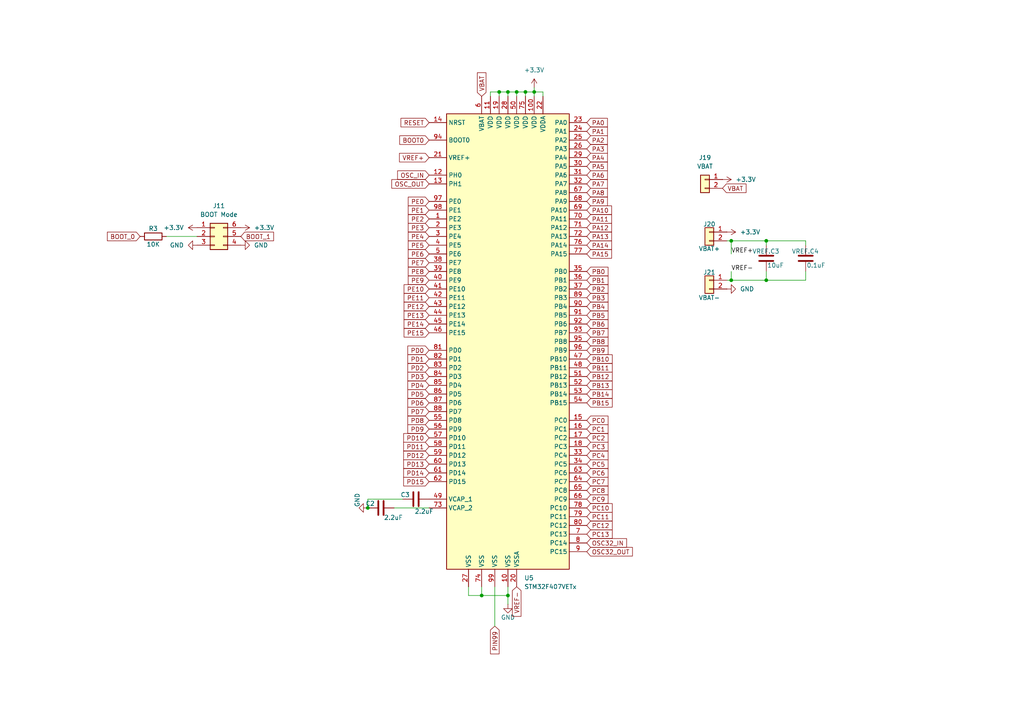
<source format=kicad_sch>
(kicad_sch (version 20231120) (generator "eeschema") (generator_version "8.0")
  (paper "A4")
  (lib_symbols
    (symbol "Connector_Generic:Conn_01x02" (pin_names (offset 1.016) hide)
      (property "Reference" "J" (at 0 2.54 0))
      (property "Value" "Conn_01x02" (at 0 -5.08 0))
      (symbol "Conn_01x02_1_1"
        (rectangle (start -1.27 -2.413) (end 0 -2.667) (stroke (width 0.1524)))
        (rectangle (start -1.27 0.127) (end 0 -0.127) (stroke (width 0.1524)))
        (rectangle (start -1.27 1.27) (end 1.27 -3.81) (stroke (width 0.254)) (fill (type background)))
        (pin passive line (at -5.08 0 0) (length 3.81) (name "Pin_1") (number "1"))
        (pin passive line (at -5.08 -2.54 0) (length 3.81) (name "Pin_2") (number "2"))
      )
    )
    (symbol "Connector_Generic:Conn_02x03_Counter_Clockwise" (pin_names (offset 1.016) hide)
      (property "Reference" "J" (at 1.27 5.08 0))
      (property "Value" "Conn_02x03_Counter_Clockwise" (at 1.27 -5.08 0))
      (symbol "Conn_02x03_Counter_Clockwise_1_1"
        (rectangle (start -1.27 -2.413) (end 0 -2.667) (stroke (width 0.1524)))
        (rectangle (start -1.27 0.127) (end 0 -0.127) (stroke (width 0.1524)))
        (rectangle (start -1.27 2.667) (end 0 2.413) (stroke (width 0.1524)))
        (rectangle (start -1.27 3.81) (end 3.81 -3.81) (stroke (width 0.254)) (fill (type background)))
        (rectangle (start 3.81 -2.413) (end 2.54 -2.667) (stroke (width 0.1524)))
        (rectangle (start 3.81 0.127) (end 2.54 -0.127) (stroke (width 0.1524)))
        (rectangle (start 3.81 2.667) (end 2.54 2.413) (stroke (width 0.1524)))
        (pin passive line (at -5.08 2.54 0) (length 3.81) (name "Pin_1") (number "1"))
        (pin passive line (at -5.08 0 0) (length 3.81) (name "Pin_2") (number "2"))
        (pin passive line (at -5.08 -2.54 0) (length 3.81) (name "Pin_3") (number "3"))
        (pin passive line (at 7.62 -2.54 180) (length 3.81) (name "Pin_4") (number "4"))
        (pin passive line (at 7.62 0 180) (length 3.81) (name "Pin_5") (number "5"))
        (pin passive line (at 7.62 2.54 180) (length 3.81) (name "Pin_6") (number "6"))
      )
    )
    (symbol "Device:C" (pin_numbers hide) (pin_names (offset 0.254))
      (property "Reference" "C" (at 0.635 2.54 0))
      (property "Value" "C" (at 0.635 -2.54 0))
      (symbol "C_0_1"
        (polyline (pts (xy -2.032 -0.762) (xy 2.032 -0.762)) (stroke (width 0.508)))
        (polyline (pts (xy -2.032 0.762) (xy 2.032 0.762)) (stroke (width 0.508)))
      )
      (symbol "C_1_1"
        (pin passive line (at 0 3.81 270) (length 2.794) (name "~") (number "1"))
        (pin passive line (at 0 -3.81 90) (length 2.794) (name "~") (number "2"))
      )
    )
    (symbol "Device:R" (pin_numbers hide) (pin_names (offset 0))
      (property "Reference" "R" (at 2.032 0 90))
      (property "Value" "R" (at 0 0 90))
      (symbol "R_0_1"
        (rectangle (start -1.016 -2.54) (end 1.016 2.54) (stroke (width 0.254)))
      )
      (symbol "R_1_1"
        (pin passive line (at 0 3.81 270) (length 1.27) (name "~") (number "1"))
        (pin passive line (at 0 -3.81 90) (length 1.27) (name "~") (number "2"))
      )
    )
    (symbol "MCU_ST_STM32F4:STM32F407VETx"
      (property "Reference" "U4" (at 4.7341 -68.58 0))
      (property "Value" "STM32F407VETx" (at 4.7341 -71.12 0))
      (symbol "STM32F407VETx_0_1"
        (rectangle (start -17.78 66.04) (end 17.78 -66.04) (stroke (width 0.254)) (fill (type background)))
      )
      (symbol "STM32F407VETx_1_1"
        (pin bidirectional line (at -22.86 35.56 0) (length 5.08) (name "PE2") (number "1"))
        (pin power_in line (at 0 -71.12 90) (length 5.08) (name "VSS") (number "10"))
        (pin power_in line (at 7.62 71.12 270) (length 5.08) (name "VDD") (number "100"))
        (pin power_in line (at -5.08 71.12 270) (length 5.08) (name "VDD") (number "11"))
        (pin bidirectional line (at -22.86 48.26 0) (length 5.08) (name "PH0") (number "12"))
        (pin bidirectional line (at -22.86 45.72 0) (length 5.08) (name "PH1") (number "13"))
        (pin input line (at -22.86 63.5 0) (length 5.08) (name "NRST") (number "14"))
        (pin bidirectional line (at 22.86 -22.86 180) (length 5.08) (name "PC0") (number "15"))
        (pin bidirectional line (at 22.86 -25.4 180) (length 5.08) (name "PC1") (number "16"))
        (pin bidirectional line (at 22.86 -27.94 180) (length 5.08) (name "PC2") (number "17"))
        (pin bidirectional line (at 22.86 -30.48 180) (length 5.08) (name "PC3") (number "18"))
        (pin power_in line (at -2.54 71.12 270) (length 5.08) (name "VDD") (number "19"))
        (pin bidirectional line (at -22.86 33.02 0) (length 5.08) (name "PE3") (number "2"))
        (pin power_in line (at 2.54 -71.12 90) (length 5.08) (name "VSSA") (number "20"))
        (pin input line (at -22.86 53.34 0) (length 5.08) (name "VREF+") (number "21"))
        (pin power_in line (at 10.16 71.12 270) (length 5.08) (name "VDDA") (number "22"))
        (pin bidirectional line (at 22.86 63.5 180) (length 5.08) (name "PA0") (number "23"))
        (pin bidirectional line (at 22.86 60.96 180) (length 5.08) (name "PA1") (number "24"))
        (pin bidirectional line (at 22.86 58.42 180) (length 5.08) (name "PA2") (number "25"))
        (pin bidirectional line (at 22.86 55.88 180) (length 5.08) (name "PA3") (number "26"))
        (pin passive line (at -11.43 -71.12 90) (length 5.08) (name "VSS") (number "27"))
        (pin power_in line (at 0 71.12 270) (length 5.08) (name "VDD") (number "28"))
        (pin bidirectional line (at 22.86 53.34 180) (length 5.08) (name "PA4") (number "29"))
        (pin bidirectional line (at -22.86 30.48 0) (length 5.08) (name "PE4") (number "3"))
        (pin bidirectional line (at 22.86 50.8 180) (length 5.08) (name "PA5") (number "30"))
        (pin bidirectional line (at 22.86 48.26 180) (length 5.08) (name "PA6") (number "31"))
        (pin bidirectional line (at 22.86 45.72 180) (length 5.08) (name "PA7") (number "32"))
        (pin bidirectional line (at 22.86 -33.02 180) (length 5.08) (name "PC4") (number "33"))
        (pin bidirectional line (at 22.86 -35.56 180) (length 5.08) (name "PC5") (number "34"))
        (pin bidirectional line (at 22.86 20.32 180) (length 5.08) (name "PB0") (number "35"))
        (pin bidirectional line (at 22.86 17.78 180) (length 5.08) (name "PB1") (number "36"))
        (pin bidirectional line (at 22.86 15.24 180) (length 5.08) (name "PB2") (number "37"))
        (pin bidirectional line (at -22.86 22.86 0) (length 5.08) (name "PE7") (number "38"))
        (pin bidirectional line (at -22.86 20.32 0) (length 5.08) (name "PE8") (number "39"))
        (pin bidirectional line (at -22.86 27.94 0) (length 5.08) (name "PE5") (number "4"))
        (pin bidirectional line (at -22.86 17.78 0) (length 5.08) (name "PE9") (number "40"))
        (pin bidirectional line (at -22.86 15.24 0) (length 5.08) (name "PE10") (number "41"))
        (pin bidirectional line (at -22.86 12.7 0) (length 5.08) (name "PE11") (number "42"))
        (pin bidirectional line (at -22.86 10.16 0) (length 5.08) (name "PE12") (number "43"))
        (pin bidirectional line (at -22.86 7.62 0) (length 5.08) (name "PE13") (number "44"))
        (pin bidirectional line (at -22.86 5.08 0) (length 5.08) (name "PE14") (number "45"))
        (pin bidirectional line (at -22.86 2.54 0) (length 5.08) (name "PE15") (number "46"))
        (pin bidirectional line (at 22.86 -5.08 180) (length 5.08) (name "PB10") (number "47"))
        (pin bidirectional line (at 22.86 -7.62 180) (length 5.08) (name "PB11") (number "48"))
        (pin power_out line (at -22.86 -45.72 0) (length 5.08) (name "VCAP_1") (number "49"))
        (pin bidirectional line (at -22.86 25.4 0) (length 5.08) (name "PE6") (number "5"))
        (pin power_in line (at 2.54 71.12 270) (length 5.08) (name "VDD") (number "50"))
        (pin bidirectional line (at 22.86 -10.16 180) (length 5.08) (name "PB12") (number "51"))
        (pin bidirectional line (at 22.86 -12.7 180) (length 5.08) (name "PB13") (number "52"))
        (pin bidirectional line (at 22.86 -15.24 180) (length 5.08) (name "PB14") (number "53"))
        (pin bidirectional line (at 22.86 -17.78 180) (length 5.08) (name "PB15") (number "54"))
        (pin bidirectional line (at -22.86 -22.86 0) (length 5.08) (name "PD8") (number "55"))
        (pin bidirectional line (at -22.86 -25.4 0) (length 5.08) (name "PD9") (number "56"))
        (pin bidirectional line (at -22.86 -27.94 0) (length 5.08) (name "PD10") (number "57"))
        (pin bidirectional line (at -22.86 -30.48 0) (length 5.08) (name "PD11") (number "58"))
        (pin bidirectional line (at -22.86 -33.02 0) (length 5.08) (name "PD12") (number "59"))
        (pin power_in line (at -7.62 71.12 270) (length 5.08) (name "VBAT") (number "6"))
        (pin bidirectional line (at -22.86 -35.56 0) (length 5.08) (name "PD13") (number "60"))
        (pin bidirectional line (at -22.86 -38.1 0) (length 5.08) (name "PD14") (number "61"))
        (pin bidirectional line (at -22.86 -40.64 0) (length 5.08) (name "PD15") (number "62"))
        (pin bidirectional line (at 22.86 -38.1 180) (length 5.08) (name "PC6") (number "63"))
        (pin bidirectional line (at 22.86 -40.64 180) (length 5.08) (name "PC7") (number "64"))
        (pin bidirectional line (at 22.86 -43.18 180) (length 5.08) (name "PC8") (number "65"))
        (pin bidirectional line (at 22.86 -45.72 180) (length 5.08) (name "PC9") (number "66"))
        (pin bidirectional line (at 22.86 43.18 180) (length 5.08) (name "PA8") (number "67"))
        (pin bidirectional line (at 22.86 40.64 180) (length 5.08) (name "PA9") (number "68"))
        (pin bidirectional line (at 22.86 38.1 180) (length 5.08) (name "PA10") (number "69"))
        (pin bidirectional line (at 22.86 -55.88 180) (length 5.08) (name "PC13") (number "7"))
        (pin bidirectional line (at 22.86 35.56 180) (length 5.08) (name "PA11") (number "70"))
        (pin bidirectional line (at 22.86 33.02 180) (length 5.08) (name "PA12") (number "71"))
        (pin bidirectional line (at 22.86 30.48 180) (length 5.08) (name "PA13") (number "72"))
        (pin power_out line (at -22.86 -48.26 0) (length 5.08) (name "VCAP_2") (number "73"))
        (pin passive line (at -7.62 -71.12 90) (length 5.08) (name "VSS") (number "74"))
        (pin power_in line (at 5.08 71.12 270) (length 5.08) (name "VDD") (number "75"))
        (pin bidirectional line (at 22.86 27.94 180) (length 5.08) (name "PA14") (number "76"))
        (pin bidirectional line (at 22.86 25.4 180) (length 5.08) (name "PA15") (number "77"))
        (pin bidirectional line (at 22.86 -48.26 180) (length 5.08) (name "PC10") (number "78"))
        (pin bidirectional line (at 22.86 -50.8 180) (length 5.08) (name "PC11") (number "79"))
        (pin bidirectional line (at 22.86 -58.42 180) (length 5.08) (name "PC14") (number "8"))
        (pin bidirectional line (at 22.86 -53.34 180) (length 5.08) (name "PC12") (number "80"))
        (pin bidirectional line (at -22.86 -2.54 0) (length 5.08) (name "PD0") (number "81"))
        (pin bidirectional line (at -22.86 -5.08 0) (length 5.08) (name "PD1") (number "82"))
        (pin bidirectional line (at -22.86 -7.62 0) (length 5.08) (name "PD2") (number "83"))
        (pin bidirectional line (at -22.86 -10.16 0) (length 5.08) (name "PD3") (number "84"))
        (pin bidirectional line (at -22.86 -12.7 0) (length 5.08) (name "PD4") (number "85"))
        (pin bidirectional line (at -22.86 -15.24 0) (length 5.08) (name "PD5") (number "86"))
        (pin bidirectional line (at -22.86 -17.78 0) (length 5.08) (name "PD6") (number "87"))
        (pin bidirectional line (at -22.86 -20.32 0) (length 5.08) (name "PD7") (number "88"))
        (pin bidirectional line (at 22.86 12.7 180) (length 5.08) (name "PB3") (number "89"))
        (pin bidirectional line (at 22.86 -60.96 180) (length 5.08) (name "PC15") (number "9"))
        (pin bidirectional line (at 22.86 10.16 180) (length 5.08) (name "PB4") (number "90"))
        (pin bidirectional line (at 22.86 7.62 180) (length 5.08) (name "PB5") (number "91"))
        (pin bidirectional line (at 22.86 5.08 180) (length 5.08) (name "PB6") (number "92"))
        (pin bidirectional line (at 22.86 2.54 180) (length 5.08) (name "PB7") (number "93"))
        (pin input line (at -22.86 58.42 0) (length 5.08) (name "BOOT0") (number "94"))
        (pin bidirectional line (at 22.86 0 180) (length 5.08) (name "PB8") (number "95"))
        (pin bidirectional line (at 22.86 -2.54 180) (length 5.08) (name "PB9") (number "96"))
        (pin bidirectional line (at -22.86 40.64 0) (length 5.08) (name "PE0") (number "97"))
        (pin bidirectional line (at -22.86 38.1 0) (length 5.08) (name "PE1") (number "98"))
        (pin passive line (at -3.81 -71.12 90) (length 5.08) (name "VSS") (number "99"))
      )
    )
    (symbol "power:+3.3V" (power) (pin_numbers hide) (pin_names (offset 0) hide)
      (property "Value" "+3.3V" (at 0 3.556 0))
      (symbol "+3.3V_0_1"
        (polyline (pts (xy -0.762 1.27) (xy 0 2.54)))
        (polyline (pts (xy 0 0) (xy 0 2.54)))
        (polyline (pts (xy 0 2.54) (xy 0.762 1.27)))
      )
      (symbol "+3.3V_1_1"
        (pin power_in line (at 0 0 90) (length 0) (name "~") (number "1"))
      )
    )
    (symbol "power:GND" (power) (pin_numbers hide) (pin_names (offset 0) hide)
      (property "Value" "GND" (at 0 -3.81 0))
      (symbol "GND_0_1"
        (polyline (pts (xy 0 0) (xy 0 -1.27) (xy 1.27 -1.27) (xy 0 -2.54) (xy -1.27 -1.27) (xy 0 -1.27)))
      )
      (symbol "GND_1_1"
        (pin power_in line (at 0 0 270) (length 0) (name "~") (number "1"))
      )
    )
  )
  (junction (at 152.4 26.67))
  (junction (at 212.09 81.28))
  (junction (at 147.32 26.67))
  (junction (at 212.09 69.85))
  (junction (at 144.78 26.67))
  (junction (at 147.32 172.72))
  (junction (at 139.7 172.72))
  (junction (at 154.94 26.67))
  (junction (at 149.86 26.67))
  (junction (at 106.68 147.32))
  (junction (at 222.25 81.28))
  (junction (at 222.25 69.85))
  (wire (pts (xy 212.09 73.66) (xy 212.09 69.85)))
  (wire (pts (xy 152.4 26.67) (xy 154.94 26.67)))
  (wire (pts (xy 222.25 78.74) (xy 222.25 81.28)))
  (wire (pts (xy 142.24 26.67) (xy 144.78 26.67)))
  (wire (pts (xy 233.68 81.28) (xy 222.25 81.28)))
  (wire (pts (xy 147.32 26.67) (xy 149.86 26.67)))
  (wire (pts (xy 157.48 26.67) (xy 154.94 26.67)))
  (wire (pts (xy 147.32 175.26) (xy 147.32 172.72)))
  (wire (pts (xy 135.89 172.72) (xy 135.89 170.18)))
  (wire (pts (xy 114.3 147.32) (xy 124.46 147.32)))
  (wire (pts (xy 139.7 172.72) (xy 135.89 172.72)))
  (wire (pts (xy 154.94 26.67) (xy 154.94 27.94)))
  (wire (pts (xy 106.68 144.78) (xy 106.68 147.32)))
  (wire (pts (xy 233.68 71.12) (xy 233.68 69.85)))
  (wire (pts (xy 149.86 26.67) (xy 149.86 27.94)))
  (wire (pts (xy 48.26 68.58) (xy 57.15 68.58)))
  (wire (pts (xy 144.78 26.67) (xy 147.32 26.67)))
  (wire (pts (xy 157.48 27.94) (xy 157.48 26.67)))
  (wire (pts (xy 152.4 26.67) (xy 152.4 27.94)))
  (wire (pts (xy 147.32 172.72) (xy 147.32 170.18)))
  (wire (pts (xy 212.09 81.28) (xy 210.82 81.28)))
  (wire (pts (xy 212.09 78.74) (xy 212.09 81.28)))
  (wire (pts (xy 142.24 27.94) (xy 142.24 26.67)))
  (wire (pts (xy 233.68 78.74) (xy 233.68 81.28)))
  (wire (pts (xy 212.09 69.85) (xy 222.25 69.85)))
  (wire (pts (xy 210.82 69.85) (xy 212.09 69.85)))
  (wire (pts (xy 222.25 81.28) (xy 212.09 81.28)))
  (wire (pts (xy 222.25 69.85) (xy 222.25 71.12)))
  (wire (pts (xy 154.94 25.4) (xy 154.94 26.67)))
  (wire (pts (xy 139.7 172.72) (xy 139.7 170.18)))
  (wire (pts (xy 147.32 26.67) (xy 147.32 27.94)))
  (wire (pts (xy 143.51 181.61) (xy 143.51 170.18)))
  (wire (pts (xy 144.78 26.67) (xy 144.78 27.94)))
  (wire (pts (xy 233.68 69.85) (xy 222.25 69.85)))
  (wire (pts (xy 116.84 144.78) (xy 106.68 144.78)))
  (wire (pts (xy 147.32 172.72) (xy 139.7 172.72)))
  (wire (pts (xy 149.86 26.67) (xy 152.4 26.67)))
  (label "VREF+" (at 212.09 73.66 0))
  (label "VREF-" (at 212.09 78.74 0))
  (global_label "PB14" (shape input) (at 170.18 114.3 0) (property "Intersheetrefs" "${INTERSHEET_REFS}" (effects (hide yes))))
  (global_label "PC12" (shape input) (at 170.18 152.4 0) (property "Intersheetrefs" "${INTERSHEET_REFS}" (effects (hide yes))))
  (global_label "PA1" (shape input) (at 170.18 38.1 0) (property "Intersheetrefs" "${INTERSHEET_REFS}" (effects (hide yes))))
  (global_label "PA3" (shape input) (at 170.18 43.18 0) (property "Intersheetrefs" "${INTERSHEET_REFS}" (effects (hide yes))))
  (global_label "PB3" (shape input) (at 170.18 86.36 0) (property "Intersheetrefs" "${INTERSHEET_REFS}" (effects (hide yes))))
  (global_label "PC10" (shape input) (at 170.18 147.32 0) (property "Intersheetrefs" "${INTERSHEET_REFS}" (effects (hide yes))))
  (global_label "PE0" (shape input) (at 124.46 58.42 180) (property "Intersheetrefs" "${INTERSHEET_REFS}" (effects (hide yes))))
  (global_label "PE9" (shape input) (at 124.46 81.28 180) (property "Intersheetrefs" "${INTERSHEET_REFS}" (effects (hide yes))))
  (global_label "PB4" (shape input) (at 170.18 88.9 0) (property "Intersheetrefs" "${INTERSHEET_REFS}" (effects (hide yes))))
  (global_label "PE1" (shape input) (at 124.46 60.96 180) (property "Intersheetrefs" "${INTERSHEET_REFS}" (effects (hide yes))))
  (global_label "PB1" (shape input) (at 170.18 81.28 0) (property "Intersheetrefs" "${INTERSHEET_REFS}" (effects (hide yes))))
  (global_label "PD11" (shape input) (at 124.46 129.54 180) (property "Intersheetrefs" "${INTERSHEET_REFS}" (effects (hide yes))))
  (global_label "PA10" (shape input) (at 170.18 60.96 0) (property "Intersheetrefs" "${INTERSHEET_REFS}" (effects (hide yes))))
  (global_label "PA0" (shape input) (at 170.18 35.56 0) (property "Intersheetrefs" "${INTERSHEET_REFS}" (effects (hide yes))))
  (global_label "PD15" (shape input) (at 124.46 139.7 180) (property "Intersheetrefs" "${INTERSHEET_REFS}" (effects (hide yes))))
  (global_label "PD3" (shape input) (at 124.46 109.22 180) (property "Intersheetrefs" "${INTERSHEET_REFS}" (effects (hide yes))))
  (global_label "PD14" (shape input) (at 124.46 137.16 180) (property "Intersheetrefs" "${INTERSHEET_REFS}" (effects (hide yes))))
  (global_label "PD8" (shape input) (at 124.46 121.92 180) (property "Intersheetrefs" "${INTERSHEET_REFS}" (effects (hide yes))))
  (global_label "PC8" (shape input) (at 170.18 142.24 0) (property "Intersheetrefs" "${INTERSHEET_REFS}" (effects (hide yes))))
  (global_label "BOOT_1" (shape input) (at 69.85 68.58 0) (property "Intersheetrefs" "${INTERSHEET_REFS}" (effects (hide yes))))
  (global_label "PE3" (shape input) (at 124.46 66.04 180) (property "Intersheetrefs" "${INTERSHEET_REFS}" (effects (hide yes))))
  (global_label "PB10" (shape input) (at 170.18 104.14 0) (property "Intersheetrefs" "${INTERSHEET_REFS}" (effects (hide yes))))
  (global_label "PA4" (shape input) (at 170.18 45.72 0) (property "Intersheetrefs" "${INTERSHEET_REFS}" (effects (hide yes))))
  (global_label "PC4" (shape input) (at 170.18 132.08 0) (property "Intersheetrefs" "${INTERSHEET_REFS}" (effects (hide yes))))
  (global_label "BOOT_0" (shape input) (at 40.64 68.58 180) (property "Intersheetrefs" "${INTERSHEET_REFS}" (effects (hide yes))))
  (global_label "PB15" (shape input) (at 170.18 116.84 0) (property "Intersheetrefs" "${INTERSHEET_REFS}" (effects (hide yes))))
  (global_label "PA2" (shape input) (at 170.18 40.64 0) (property "Intersheetrefs" "${INTERSHEET_REFS}" (effects (hide yes))))
  (global_label "PB11" (shape input) (at 170.18 106.68 0) (property "Intersheetrefs" "${INTERSHEET_REFS}" (effects (hide yes))))
  (global_label "PB13" (shape input) (at 170.18 111.76 0) (property "Intersheetrefs" "${INTERSHEET_REFS}" (effects (hide yes))))
  (global_label "PE5" (shape input) (at 124.46 71.12 180) (property "Intersheetrefs" "${INTERSHEET_REFS}" (effects (hide yes))))
  (global_label "PA6" (shape input) (at 170.18 50.8 0) (property "Intersheetrefs" "${INTERSHEET_REFS}" (effects (hide yes))))
  (global_label "PD0" (shape input) (at 124.46 101.6 180) (property "Intersheetrefs" "${INTERSHEET_REFS}" (effects (hide yes))))
  (global_label "PE15" (shape input) (at 124.46 96.52 180) (property "Intersheetrefs" "${INTERSHEET_REFS}" (effects (hide yes))))
  (global_label "PA15" (shape input) (at 170.18 73.66 0) (property "Intersheetrefs" "${INTERSHEET_REFS}" (effects (hide yes))))
  (global_label "PC2" (shape input) (at 170.18 127 0) (property "Intersheetrefs" "${INTERSHEET_REFS}" (effects (hide yes))))
  (global_label "PB8" (shape input) (at 170.18 99.06 0) (property "Intersheetrefs" "${INTERSHEET_REFS}" (effects (hide yes))))
  (global_label "PC3" (shape input) (at 170.18 129.54 0) (property "Intersheetrefs" "${INTERSHEET_REFS}" (effects (hide yes))))
  (global_label "PC11" (shape input) (at 170.18 149.86 0) (property "Intersheetrefs" "${INTERSHEET_REFS}" (effects (hide yes))))
  (global_label "PD1" (shape input) (at 124.46 104.14 180) (property "Intersheetrefs" "${INTERSHEET_REFS}" (effects (hide yes))))
  (global_label "PD2" (shape input) (at 124.46 106.68 180) (property "Intersheetrefs" "${INTERSHEET_REFS}" (effects (hide yes))))
  (global_label "PE4" (shape input) (at 124.46 68.58 180) (property "Intersheetrefs" "${INTERSHEET_REFS}" (effects (hide yes))))
  (global_label "PA7" (shape input) (at 170.18 53.34 0) (property "Intersheetrefs" "${INTERSHEET_REFS}" (effects (hide yes))))
  (global_label "PD5" (shape input) (at 124.46 114.3 180) (property "Intersheetrefs" "${INTERSHEET_REFS}" (effects (hide yes))))
  (global_label "PE2" (shape input) (at 124.46 63.5 180) (property "Intersheetrefs" "${INTERSHEET_REFS}" (effects (hide yes))))
  (global_label "PC0" (shape input) (at 170.18 121.92 0) (property "Intersheetrefs" "${INTERSHEET_REFS}" (effects (hide yes))))
  (global_label "PA14" (shape input) (at 170.18 71.12 0) (property "Intersheetrefs" "${INTERSHEET_REFS}" (effects (hide yes))))
  (global_label "VREF-" (shape input) (at 149.86 170.18 270) (property "Intersheetrefs" "${INTERSHEET_REFS}" (effects (hide yes))))
  (global_label "PA12" (shape input) (at 170.18 66.04 0) (property "Intersheetrefs" "${INTERSHEET_REFS}" (effects (hide yes))))
  (global_label "PC1" (shape input) (at 170.18 124.46 0) (property "Intersheetrefs" "${INTERSHEET_REFS}" (effects (hide yes))))
  (global_label "PA9" (shape input) (at 170.18 58.42 0) (property "Intersheetrefs" "${INTERSHEET_REFS}" (effects (hide yes))))
  (global_label "PA11" (shape input) (at 170.18 63.5 0) (property "Intersheetrefs" "${INTERSHEET_REFS}" (effects (hide yes))))
  (global_label "PA8" (shape input) (at 170.18 55.88 0) (property "Intersheetrefs" "${INTERSHEET_REFS}" (effects (hide yes))))
  (global_label "PB7" (shape input) (at 170.18 96.52 0) (property "Intersheetrefs" "${INTERSHEET_REFS}" (effects (hide yes))))
  (global_label "PD9" (shape input) (at 124.46 124.46 180) (property "Intersheetrefs" "${INTERSHEET_REFS}" (effects (hide yes))))
  (global_label "PD10" (shape input) (at 124.46 127 180) (property "Intersheetrefs" "${INTERSHEET_REFS}" (effects (hide yes))))
  (global_label "PE10" (shape input) (at 124.46 83.82 180) (property "Intersheetrefs" "${INTERSHEET_REFS}" (effects (hide yes))))
  (global_label "OSC32_IN" (shape input) (at 170.18 157.48 0) (property "Intersheetrefs" "${INTERSHEET_REFS}" (effects (hide yes))))
  (global_label "OSC_IN" (shape input) (at 124.46 50.8 180) (property "Intersheetrefs" "${INTERSHEET_REFS}" (effects (hide yes))))
  (global_label "PE11" (shape input) (at 124.46 86.36 180) (property "Intersheetrefs" "${INTERSHEET_REFS}" (effects (hide yes))))
  (global_label "VBAT" (shape input) (at 139.7 27.94 90) (property "Intersheetrefs" "${INTERSHEET_REFS}" (effects (hide yes))))
  (global_label "PB6" (shape input) (at 170.18 93.98 0) (property "Intersheetrefs" "${INTERSHEET_REFS}" (effects (hide yes))))
  (global_label "PC6" (shape input) (at 170.18 137.16 0) (property "Intersheetrefs" "${INTERSHEET_REFS}" (effects (hide yes))))
  (global_label "PB0" (shape input) (at 170.18 78.74 0) (property "Intersheetrefs" "${INTERSHEET_REFS}" (effects (hide yes))))
  (global_label "PB9" (shape input) (at 170.18 101.6 0) (property "Intersheetrefs" "${INTERSHEET_REFS}" (effects (hide yes))))
  (global_label "PD7" (shape input) (at 124.46 119.38 180) (property "Intersheetrefs" "${INTERSHEET_REFS}" (effects (hide yes))))
  (global_label "VREF+" (shape input) (at 124.46 45.72 180) (property "Intersheetrefs" "${INTERSHEET_REFS}" (effects (hide yes))))
  (global_label "PE8" (shape input) (at 124.46 78.74 180) (property "Intersheetrefs" "${INTERSHEET_REFS}" (effects (hide yes))))
  (global_label "PE6" (shape input) (at 124.46 73.66 180) (property "Intersheetrefs" "${INTERSHEET_REFS}" (effects (hide yes))))
  (global_label "PD13" (shape input) (at 124.46 134.62 180) (property "Intersheetrefs" "${INTERSHEET_REFS}" (effects (hide yes))))
  (global_label "PB12" (shape input) (at 170.18 109.22 0) (property "Intersheetrefs" "${INTERSHEET_REFS}" (effects (hide yes))))
  (global_label "PE14" (shape input) (at 124.46 93.98 180) (property "Intersheetrefs" "${INTERSHEET_REFS}" (effects (hide yes))))
  (global_label "PE13" (shape input) (at 124.46 91.44 180) (property "Intersheetrefs" "${INTERSHEET_REFS}" (effects (hide yes))))
  (global_label "PD4" (shape input) (at 124.46 111.76 180) (property "Intersheetrefs" "${INTERSHEET_REFS}" (effects (hide yes))))
  (global_label "PC5" (shape input) (at 170.18 134.62 0) (property "Intersheetrefs" "${INTERSHEET_REFS}" (effects (hide yes))))
  (global_label "PA5" (shape input) (at 170.18 48.26 0) (property "Intersheetrefs" "${INTERSHEET_REFS}" (effects (hide yes))))
  (global_label "PD6" (shape input) (at 124.46 116.84 180) (property "Intersheetrefs" "${INTERSHEET_REFS}" (effects (hide yes))))
  (global_label "VBAT" (shape input) (at 209.55 54.61 0) (property "Intersheetrefs" "${INTERSHEET_REFS}" (effects (hide yes))))
  (global_label "PA13" (shape input) (at 170.18 68.58 0) (property "Intersheetrefs" "${INTERSHEET_REFS}" (effects (hide yes))))
  (global_label "PE7" (shape input) (at 124.46 76.2 180) (property "Intersheetrefs" "${INTERSHEET_REFS}" (effects (hide yes))))
  (global_label "OSC32_OUT" (shape input) (at 170.18 160.02 0) (property "Intersheetrefs" "${INTERSHEET_REFS}" (effects (hide yes))))
  (global_label "PD12" (shape input) (at 124.46 132.08 180) (property "Intersheetrefs" "${INTERSHEET_REFS}" (effects (hide yes))))
  (global_label "OSC_OUT" (shape input) (at 124.46 53.34 180) (property "Intersheetrefs" "${INTERSHEET_REFS}" (effects (hide yes))))
  (global_label "PC7" (shape input) (at 170.18 139.7 0) (property "Intersheetrefs" "${INTERSHEET_REFS}" (effects (hide yes))))
  (global_label "PIN99" (shape input) (at 143.51 181.61 270) (property "Intersheetrefs" "${INTERSHEET_REFS}" (effects (hide yes))))
  (global_label "BOOT0" (shape input) (at 124.46 40.64 180) (property "Intersheetrefs" "${INTERSHEET_REFS}" (effects (hide yes))))
  (global_label "PC13" (shape input) (at 170.18 154.94 0) (property "Intersheetrefs" "${INTERSHEET_REFS}" (effects (hide yes))))
  (global_label "PB2" (shape input) (at 170.18 83.82 0) (property "Intersheetrefs" "${INTERSHEET_REFS}" (effects (hide yes))))
  (global_label "RESET" (shape input) (at 124.46 35.56 180) (property "Intersheetrefs" "${INTERSHEET_REFS}" (effects (hide yes))))
  (global_label "PE12" (shape input) (at 124.46 88.9 180) (property "Intersheetrefs" "${INTERSHEET_REFS}" (effects (hide yes))))
  (global_label "PC9" (shape input) (at 170.18 144.78 0) (property "Intersheetrefs" "${INTERSHEET_REFS}" (effects (hide yes))))
  (global_label "PB5" (shape input) (at 170.18 91.44 0) (property "Intersheetrefs" "${INTERSHEET_REFS}" (effects (hide yes))))
  (symbol (lib_id "Connector_Generic:Conn_01x02") (at 205.74 67.31 0) (mirror y) (unit 1)
    (property "Reference" "J20" (at 205.74 65.024 0))
    (property "Value" "VBAT+" (at 205.74 72.136 0))
    (property "Footprint" "Connector_PinHeader_2.54mm:PinHeader_1x02_P2.54mm_Vertical" (effects (hide yes)))
    (property "Description" "Generic connector, single row, 01x02, script generated (kicad-library-utils/schlib/autogen/connector/)" (effects (hide yes)))
  )
  (symbol (lib_id "Connector_Generic:Conn_01x02") (at 204.47 52.07 0) (mirror y) (unit 1)
    (property "Reference" "J19" (at 204.47 45.72 0))
    (property "Value" "VBAT" (at 204.47 48.26 0))
    (property "Footprint" "Connector_PinHeader_2.54mm:PinHeader_1x02_P2.54mm_Vertical" (effects (hide yes)))
    (property "Description" "Generic connector, single row, 01x02, script generated (kicad-library-utils/schlib/autogen/connector/)" (effects (hide yes)))
  )
  (symbol (lib_id "MCU_ST_STM32F4:STM32F407VETx") (at 147.32 99.06 0) (unit 1)
    (property "Reference" "U5" (at 152.0541 167.64 0) (effects (justify left)))
    (property "Value" "STM32F407VETx" (at 152.0541 170.18 0) (effects (justify left)))
    (property "Footprint" "Package_QFP:LQFP-100_14x14mm_P0.5mm" (effects (hide yes)))
    (property "Datasheet" "https://www.st.com/resource/en/datasheet/stm32f407ve.pdf" (effects (hide yes)))
    (property "Description" "STMicroelectronics Arm Cortex-M4 MCU, 512KB flash, 192KB RAM, 168 MHz, 1.8-3.6V, 82 GPIO, LQFP100" (effects (hide yes)))
  )
  (symbol (lib_id "Connector_Generic:Conn_01x02") (at 205.74 81.28 0) (mirror y) (unit 1)
    (property "Reference" "J21" (at 205.74 78.994 0))
    (property "Value" "VBAT-" (at 205.74 86.36 0))
    (property "Footprint" "Connector_PinHeader_2.54mm:PinHeader_1x02_P2.54mm_Vertical" (effects (hide yes)))
    (property "Description" "Generic connector, single row, 01x02, script generated (kicad-library-utils/schlib/autogen/connector/)" (effects (hide yes)))
  )
  (symbol (lib_id "Device:C") (at 110.49 147.32 90) (unit 1)
    (property "Reference" "C2" (at 108.712 146.05 90) (effects (justify left)))
    (property "Value" "2.2uF" (at 116.84 150.114 90) (effects (justify left)))
    (property "Footprint" "Capacitor_SMD:C_0805_2012Metric" (effects (hide yes)))
    (property "Description" "Unpolarized capacitor" (effects (hide yes)))
  )
  (symbol (lib_id "power:+3.3V") (at 209.55 52.07 270) (unit 1)
    (property "Reference" "#PWR040" (effects (hide yes)))
    (property "Value" "+3.3V" (at 213.36 52.0699 90) (effects (justify left)))
    (property "Description" "Power symbol creates a global label with name \"+3.3V\"" (effects (hide yes)))
  )
  (symbol (lib_id "power:+3.3V") (at 69.85 66.04 270) (unit 1)
    (property "Reference" "#PWR053" (effects (hide yes)))
    (property "Value" "+3.3V" (at 73.66 66.0399 90) (effects (justify left)))
    (property "Description" "Power symbol creates a global label with name \"+3.3V\"" (effects (hide yes)))
  )
  (symbol (lib_id "power:+3.3V") (at 57.15 66.04 90) (unit 1)
    (property "Reference" "#PWR051" (effects (hide yes)))
    (property "Value" "+3.3V" (at 53.34 66.0399 90) (effects (justify left)))
    (property "Description" "Power symbol creates a global label with name \"+3.3V\"" (effects (hide yes)))
  )
  (symbol (lib_id "power:GND") (at 57.15 71.12 270) (unit 1)
    (property "Reference" "#PWR052" (effects (hide yes)))
    (property "Value" "GND" (at 53.34 71.1199 90) (effects (justify right)))
    (property "Description" "Power symbol creates a global label with name \"GND\" , ground" (effects (hide yes)))
  )
  (symbol (lib_id "power:GND") (at 147.32 175.26 0) (unit 1)
    (property "Reference" "#PWR038" (effects (hide yes)))
    (property "Value" "GND" (at 147.32 179.07 0))
    (property "Description" "Power symbol creates a global label with name \"GND\" , ground" (effects (hide yes)))
  )
  (symbol (lib_id "Device:C") (at 120.65 144.78 90) (unit 1)
    (property "Reference" "C3" (at 118.872 143.51 90) (effects (justify left)))
    (property "Value" "2.2uF" (at 125.73 148.336 90) (effects (justify left)))
    (property "Footprint" "Capacitor_SMD:C_0805_2012Metric" (effects (hide yes)))
    (property "Description" "Unpolarized capacitor" (effects (hide yes)))
  )
  (symbol (lib_id "Device:R") (at 44.45 68.58 90) (unit 1)
    (property "Reference" "R3" (at 44.45 66.294 90))
    (property "Value" "10K" (at 44.45 70.866 90))
    (property "Footprint" "Capacitor_SMD:C_0805_2012Metric" (effects (hide yes)))
    (property "Description" "Resistor" (effects (hide yes)))
  )
  (symbol (lib_id "power:GND") (at 106.68 147.32 270) (unit 1)
    (property "Reference" "#PWR037" (effects (hide yes)))
    (property "Value" "GND" (at 103.632 145.034 0))
    (property "Description" "Power symbol creates a global label with name \"GND\" , ground" (effects (hide yes)))
  )
  (symbol (lib_id "power:GND") (at 69.85 71.12 90) (unit 1)
    (property "Reference" "#PWR054" (effects (hide yes)))
    (property "Value" "GND" (at 73.66 71.1199 90) (effects (justify right)))
    (property "Description" "Power symbol creates a global label with name \"GND\" , ground" (effects (hide yes)))
  )
  (symbol (lib_id "power:+3.3V") (at 154.94 25.4 0) (unit 1)
    (property "Reference" "#PWR039" (effects (hide yes)))
    (property "Value" "+3.3V" (at 154.94 20.32 0))
    (property "Description" "Power symbol creates a global label with name \"+3.3V\"" (effects (hide yes)))
  )
  (symbol (lib_id "power:GND") (at 210.82 83.82 90) (unit 1)
    (property "Reference" "#PWR042" (effects (hide yes)))
    (property "Value" "GND" (at 214.63 83.8199 90) (effects (justify right)))
    (property "Description" "Power symbol creates a global label with name \"GND\" , ground" (effects (hide yes)))
  )
  (symbol (lib_id "power:+3.3V") (at 210.82 67.31 270) (unit 1)
    (property "Reference" "#PWR041" (effects (hide yes)))
    (property "Value" "+3.3V" (at 214.63 67.3099 90) (effects (justify left)))
    (property "Description" "Power symbol creates a global label with name \"+3.3V\"" (effects (hide yes)))
  )
  (symbol (lib_id "Device:C") (at 233.68 74.93 0) (unit 1)
    (property "Reference" "VREF.C4" (at 229.616 72.898 0) (effects (justify left)))
    (property "Value" "0.1uF" (at 233.934 76.962 0) (effects (justify left)))
    (property "Footprint" "Capacitor_SMD:C_0805_2012Metric" (effects (hide yes)))
    (property "Description" "Unpolarized capacitor" (effects (hide yes)))
  )
  (symbol (lib_id "Device:C") (at 222.25 74.93 0) (unit 1)
    (property "Reference" "VREF.C3" (at 218.186 72.898 0) (effects (justify left)))
    (property "Value" "10uF" (at 222.504 76.962 0) (effects (justify left)))
    (property "Footprint" "Capacitor_SMD:C_0805_2012Metric" (effects (hide yes)))
    (property "Description" "Unpolarized capacitor" (effects (hide yes)))
  )
  (symbol (lib_id "Connector_Generic:Conn_02x03_Counter_Clockwise") (at 62.23 68.58 0) (unit 1)
    (property "Reference" "J11" (at 63.5 59.69 0))
    (property "Value" "BOOT Mode" (at 63.5 62.23 0))
    (property "Footprint" "Connector_PinSocket_2.54mm:PinSocket_2x03_P2.54mm_Vertical" (effects (hide yes)))
    (property "Description" "Generic connector, double row, 02x03, counter clockwise pin numbering scheme (similar to DIP package numbering), script generated (kicad-library-utils/schlib/autogen/connector/)" (effects (hide yes)))
  )
)
</source>
